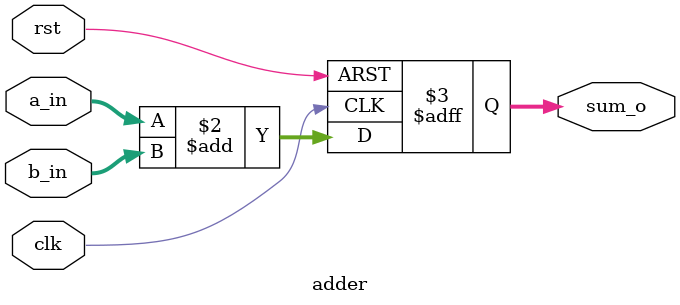
<source format=v>
module adder(
   input clk,
   input rst,
   input [7:0] a_in,
   input [7:0] b_in,
   output reg[8:0] sum_o
);

//`pragma protect viewport
  always@(posedge clk or posedge rst)
  if(rst) sum_o <=0;
  else sum_o <= a_in + b_in;

endmodule

//` pragma protect end

</source>
